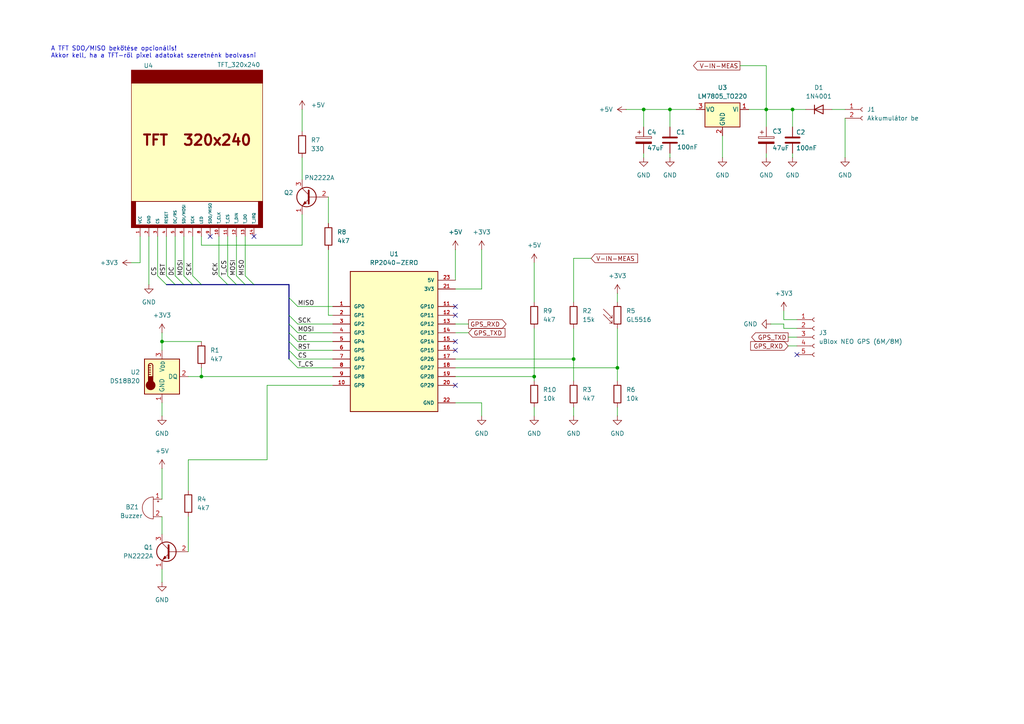
<source format=kicad_sch>
(kicad_sch (version 20250114) (generator "eeschema") (generator_version "9.0")
  (paper "A4")
  (title_block (title "Pico GPS Spedometer") (date "2025-09-07") (company "BT-Soft") (comment 1 "Without 18650 LiIon accumulator and BMS"))
  (lib_symbols
    (symbol "Connector:Conn_01x02_Socket" (pin_names (offset 1.016) (hide yes))
      (property "Reference" "J" (at 0 2.54 0))
      (property "Value" "Conn_01x02_Socket" (at 0 -5.08 0))
      (symbol "Conn_01x02_Socket_1_1"
        (polyline (pts (xy -1.27 0) (xy -0.508 0)) (stroke (width 0.1524)))
        (polyline (pts (xy -1.27 -2.54) (xy -0.508 -2.54)) (stroke (width 0.1524)))
        (arc (start 0 -0.508) (mid -0.5058 0) (end 0 0.508) (stroke (width 0.1524)))
        (arc (start 0 -3.048) (mid -0.5058 -2.54) (end 0 -2.032) (stroke (width 0.1524)))
        (pin passive line (at -5.08 0 0) (length 3.81) (name "Pin_1") (number "1"))
        (pin passive line (at -5.08 -2.54 0) (length 3.81) (name "Pin_2") (number "2"))
      )
    )
    (symbol "Connector:Conn_01x05_Socket" (pin_names (offset 1.016) (hide yes))
      (property "Reference" "J" (at 0 7.62 0))
      (property "Value" "Conn_01x05_Socket" (at 0 -7.62 0))
      (symbol "Conn_01x05_Socket_1_1"
        (polyline (pts (xy -1.27 5.08) (xy -0.508 5.08)) (stroke (width 0.1524)))
        (polyline (pts (xy -1.27 2.54) (xy -0.508 2.54)) (stroke (width 0.1524)))
        (polyline (pts (xy -1.27 0) (xy -0.508 0)) (stroke (width 0.1524)))
        (polyline (pts (xy -1.27 -2.54) (xy -0.508 -2.54)) (stroke (width 0.1524)))
        (polyline (pts (xy -1.27 -5.08) (xy -0.508 -5.08)) (stroke (width 0.1524)))
        (arc (start 0 4.572) (mid -0.5058 5.08) (end 0 5.588) (stroke (width 0.1524)))
        (arc (start 0 2.032) (mid -0.5058 2.54) (end 0 3.048) (stroke (width 0.1524)))
        (arc (start 0 -0.508) (mid -0.5058 0) (end 0 0.508) (stroke (width 0.1524)))
        (arc (start 0 -3.048) (mid -0.5058 -2.54) (end 0 -2.032) (stroke (width 0.1524)))
        (arc (start 0 -5.588) (mid -0.5058 -5.08) (end 0 -4.572) (stroke (width 0.1524)))
        (pin passive line (at -5.08 5.08 0) (length 3.81) (name "Pin_1") (number "1"))
        (pin passive line (at -5.08 2.54 0) (length 3.81) (name "Pin_2") (number "2"))
        (pin passive line (at -5.08 0 0) (length 3.81) (name "Pin_3") (number "3"))
        (pin passive line (at -5.08 -2.54 0) (length 3.81) (name "Pin_4") (number "4"))
        (pin passive line (at -5.08 -5.08 0) (length 3.81) (name "Pin_5") (number "5"))
      )
    )
    (symbol "Device:Buzzer" (pin_names (offset 0.0254) (hide yes))
      (property "Reference" "BZ" (at 3.81 1.27 0))
      (property "Value" "Buzzer" (at 3.81 -1.27 0))
      (symbol "Buzzer_0_1"
        (polyline (pts (xy -1.651 1.905) (xy -1.143 1.905)))
        (polyline (pts (xy -1.397 2.159) (xy -1.397 1.651)))
        (arc (start 0 3.175) (mid 3.1612 0) (end 0 -3.175))
        (polyline (pts (xy 0 3.175) (xy 0 -3.175)))
      )
      (symbol "Buzzer_1_1"
        (pin passive line (at -2.54 2.54 0) (length 2.54) (name "+") (number "1"))
        (pin passive line (at -2.54 -2.54 0) (length 2.54) (name "-") (number "2"))
      )
    )
    (symbol "Device:C" (pin_numbers (hide yes)) (pin_names (offset 0.254))
      (property "Reference" "C" (at 0.635 2.54 0))
      (property "Value" "C" (at 0.635 -2.54 0))
      (symbol "C_0_1"
        (polyline (pts (xy -2.032 0.762) (xy 2.032 0.762)) (stroke (width 0.508)))
        (polyline (pts (xy -2.032 -0.762) (xy 2.032 -0.762)) (stroke (width 0.508)))
      )
      (symbol "C_1_1"
        (pin passive line (at 0 3.81 270) (length 2.794) (name "~") (number "1"))
        (pin passive line (at 0 -3.81 90) (length 2.794) (name "~") (number "2"))
      )
    )
    (symbol "Device:C_Polarized" (pin_numbers (hide yes)) (pin_names (offset 0.254))
      (property "Reference" "C" (at 0.635 2.54 0))
      (property "Value" "C_Polarized" (at 0.635 -2.54 0))
      (symbol "C_Polarized_0_1"
        (rectangle (start -2.286 0.508) (end 2.286 1.016))
        (polyline (pts (xy -1.778 2.286) (xy -0.762 2.286)))
        (polyline (pts (xy -1.27 2.794) (xy -1.27 1.778)))
        (rectangle (start 2.286 -0.508) (end -2.286 -1.016) (fill (type outline)))
      )
      (symbol "C_Polarized_1_1"
        (pin passive line (at 0 3.81 270) (length 2.794) (name "~") (number "1"))
        (pin passive line (at 0 -3.81 90) (length 2.794) (name "~") (number "2"))
      )
    )
    (symbol "Device:R" (pin_numbers (hide yes)) (pin_names (offset 0))
      (property "Reference" "R" (at 2.032 0 90))
      (property "Value" "R" (at 0 0 90))
      (symbol "R_0_1"
        (rectangle (start -1.016 -2.54) (end 1.016 2.54) (stroke (width 0.254)))
      )
      (symbol "R_1_1"
        (pin passive line (at 0 3.81 270) (length 1.27) (name "~") (number "1"))
        (pin passive line (at 0 -3.81 90) (length 1.27) (name "~") (number "2"))
      )
    )
    (symbol "Device:R_Photo" (pin_numbers (hide yes)) (pin_names (offset 0))
      (property "Reference" "R" (at 1.27 1.27 0))
      (property "Value" "R_Photo" (at 1.27 0 0))
      (symbol "R_Photo_0_1"
        (polyline (pts (xy -1.524 -0.762) (xy -4.064 1.778)))
        (polyline (pts (xy -1.524 -0.762) (xy -2.286 -0.762)))
        (polyline (pts (xy -1.524 -0.762) (xy -1.524 0)))
        (polyline (pts (xy -1.524 -2.286) (xy -4.064 0.254)))
        (polyline (pts (xy -1.524 -2.286) (xy -2.286 -2.286)))
        (polyline (pts (xy -1.524 -2.286) (xy -1.524 -1.524)))
        (rectangle (start -1.016 2.54) (end 1.016 -2.54) (stroke (width 0.254)))
      )
      (symbol "R_Photo_1_1"
        (pin passive line (at 0 3.81 270) (length 1.27) (name "~") (number "1"))
        (pin passive line (at 0 -3.81 90) (length 1.27) (name "~") (number "2"))
      )
    )
    (symbol "Diode:1N4001" (pin_numbers (hide yes)) (pin_names (hide yes))
      (property "Reference" "D" (at 0 2.54 0))
      (property "Value" "1N4001" (at 0 -2.54 0))
      (symbol "1N4001_0_1"
        (polyline (pts (xy -1.27 1.27) (xy -1.27 -1.27)) (stroke (width 0.254)))
        (polyline (pts (xy 1.27 1.27) (xy 1.27 -1.27) (xy -1.27 0) (xy 1.27 1.27)) (stroke (width 0.254)))
        (polyline (pts (xy 1.27 0) (xy -1.27 0)))
      )
      (symbol "1N4001_1_1"
        (pin passive line (at -3.81 0 0) (length 2.54) (name "K") (number "1"))
        (pin passive line (at 3.81 0 180) (length 2.54) (name "A") (number "2"))
      )
    )
    (symbol "Display_Graphic:TFT_320x240" (pin_names (offset 1.016))
      (property "Reference" "U?" (at 20.32 25.4001 0))
      (property "Value" "TFT_320x240" (at 20.32 22.8601 0))
      (property "Footprint" "z_Devices:TFT-320x240" (at 20.32 20.3201 0))
      (symbol "TFT_320x240_0_0"
        (text "TFT  320x240" (at 0 25.4 0) (effects (font (size 2.9972 2.9972) (bold yes))))
      )
      (symbol "TFT_320x240_0_1"
        (rectangle (start -19.05 41.91) (end 19.05 45.72) (fill (type outline)))
        (rectangle (start -19.05 41.91) (end 19.05 7.62) (fill (type background)))
        (rectangle (start -19.05 7.62) (end -17.78 0) (fill (type outline)))
        (rectangle (start -19.05 7.62) (end 19.05 0))
        (rectangle (start -19.05 0.8382) (end 19.05 0) (fill (type outline)))
        (rectangle (start 17.78 7.62) (end 19.05 0) (fill (type outline)))
      )
      (symbol "TFT_320x240_1_1"
        (pin power_in line (at -16.51 -2.54 90) (length 2.54) (name "VCC") (number "1"))
        (pin bidirectional line (at -13.97 -2.54 90) (length 2.54) (name "GND") (number "2"))
        (pin bidirectional line (at -11.43 -2.54 90) (length 2.54) (name "CS") (number "3"))
        (pin bidirectional line (at -8.89 -2.54 90) (length 2.54) (name "RESET") (number "4"))
        (pin bidirectional line (at -6.35 -2.54 90) (length 2.54) (name "DC/RS") (number "5"))
        (pin bidirectional line (at -3.81 -2.54 90) (length 2.54) (name "SDI/MOSI") (number "6"))
        (pin bidirectional line (at -1.27 -2.54 90) (length 2.54) (name "SCK") (number "7"))
        (pin passive line (at 1.27 -2.54 90) (length 2.54) (name "LED") (number "8"))
        (pin bidirectional line (at 3.81 -2.54 90) (length 2.54) (name "SDO/MISO") (number "9"))
        (pin bidirectional line (at 6.35 -2.54 90) (length 2.54) (name "T_CLK") (number "10"))
        (pin bidirectional line (at 8.89 -2.54 90) (length 2.54) (name "T_CS") (number "11"))
        (pin bidirectional line (at 11.43 -2.54 90) (length 2.54) (name "T_DIN") (number "12"))
        (pin bidirectional line (at 13.97 -2.54 90) (length 2.54) (name "T_DO") (number "13"))
        (pin bidirectional line (at 16.51 -2.54 90) (length 2.54) (name "T_IRQ") (number "14"))
      )
    )
    (symbol "MCU_Module:RP2040-ZERO" (pin_names (offset 1.016))
      (property "Reference" "U" (at -12.7 21.082 0))
      (property "Value" "RP2040-ZERO" (at -12.7 -22.86 0))
      (symbol "RP2040-ZERO_0_0"
        (rectangle (start -12.7 -20.32) (end 12.7 20.32) (stroke (width 0.254)) (fill (type background)))
        (pin bidirectional line (at -17.78 10.16 0) (length 5.08) (name "GP0") (number "1"))
        (pin bidirectional line (at -17.78 7.62 0) (length 5.08) (name "GP1") (number "2"))
        (pin bidirectional line (at -17.78 5.08 0) (length 5.08) (name "GP2") (number "3"))
        (pin bidirectional line (at -17.78 2.54 0) (length 5.08) (name "GP3") (number "4"))
        (pin bidirectional line (at -17.78 0 0) (length 5.08) (name "GP4") (number "5"))
        (pin bidirectional line (at -17.78 -2.54 0) (length 5.08) (name "GP5") (number "6"))
        (pin bidirectional line (at -17.78 -5.08 0) (length 5.08) (name "GP6") (number "7"))
        (pin bidirectional line (at -17.78 -7.62 0) (length 5.08) (name "GP7") (number "8"))
        (pin bidirectional line (at -17.78 -10.16 0) (length 5.08) (name "GP8") (number "9"))
        (pin bidirectional line (at -17.78 -12.7 0) (length 5.08) (name "GP9") (number "10"))
        (pin power_in line (at 17.78 17.78 180) (length 5.08) (name "5V") (number "23"))
        (pin power_in line (at 17.78 15.24 180) (length 5.08) (name "3V3") (number "21"))
        (pin bidirectional line (at 17.78 10.16 180) (length 5.08) (name "GP10") (number "11"))
        (pin bidirectional line (at 17.78 7.62 180) (length 5.08) (name "GP11") (number "12"))
        (pin bidirectional line (at 17.78 5.08 180) (length 5.08) (name "GP12") (number "13"))
        (pin bidirectional line (at 17.78 2.54 180) (length 5.08) (name "GP13") (number "14"))
        (pin bidirectional line (at 17.78 0 180) (length 5.08) (name "GP14") (number "15"))
        (pin bidirectional line (at 17.78 -2.54 180) (length 5.08) (name "GP15") (number "16"))
        (pin bidirectional line (at 17.78 -5.08 180) (length 5.08) (name "GP26") (number "17"))
        (pin bidirectional line (at 17.78 -7.62 180) (length 5.08) (name "GP27") (number "18"))
        (pin bidirectional line (at 17.78 -10.16 180) (length 5.08) (name "GP28") (number "19"))
        (pin bidirectional line (at 17.78 -12.7 180) (length 5.08) (name "GP29") (number "20"))
        (pin power_in line (at 17.78 -17.78 180) (length 5.08) (name "GND") (number "22"))
      )
    )
    (symbol "Regulator_Linear:LM7805_TO220" (pin_names (offset 0.254))
      (property "Reference" "U" (at -3.81 3.175 0))
      (property "Value" "LM7805_TO220" (at 0 3.175 0))
      (symbol "LM7805_TO220_0_1"
        (rectangle (start -5.08 1.905) (end 5.08 -5.08) (stroke (width 0.254)) (fill (type background)))
      )
      (symbol "LM7805_TO220_1_1"
        (pin power_in line (at -7.62 0 0) (length 2.54) (name "VI") (number "1"))
        (pin power_in line (at 0 -7.62 90) (length 2.54) (name "GND") (number "2"))
        (pin power_out line (at 7.62 0 180) (length 2.54) (name "VO") (number "3"))
      )
    )
    (symbol "Sensor_Temperature:DS18B20"
      (property "Reference" "U" (at -3.81 6.35 0))
      (property "Value" "DS18B20" (at 6.35 6.35 0))
      (symbol "DS18B20_0_1"
        (rectangle (start -5.08 5.08) (end 5.08 -5.08) (stroke (width 0.254)) (fill (type background)))
        (polyline (pts (xy -3.937 3.175) (xy -3.937 0)) (stroke (width 0.254)))
        (polyline (pts (xy -3.937 3.175) (xy -3.302 3.175)) (stroke (width 0.254)))
        (polyline (pts (xy -3.937 2.54) (xy -3.302 2.54)) (stroke (width 0.254)))
        (polyline (pts (xy -3.937 1.905) (xy -3.302 1.905)) (stroke (width 0.254)))
        (polyline (pts (xy -3.937 1.27) (xy -3.302 1.27)) (stroke (width 0.254)))
        (polyline (pts (xy -3.937 0.635) (xy -3.302 0.635)) (stroke (width 0.254)))
        (arc (start -3.937 3.175) (mid -3.302 3.8073) (end -2.667 3.175) (stroke (width 0.254)))
        (circle (center -3.302 -2.54) (radius 1.27) (stroke (width 0.254)) (fill (type outline)))
        (polyline (pts (xy -2.667 3.175) (xy -2.667 0)) (stroke (width 0.254)))
        (rectangle (start -2.667 -1.905) (end -3.937 0) (stroke (width 0.254)) (fill (type outline)))
      )
      (symbol "DS18B20_1_1"
        (pin power_in line (at 0 7.62 270) (length 2.54) (name "V_{DD}") (number "3"))
        (pin power_in line (at 0 -7.62 90) (length 2.54) (name "GND") (number "1"))
        (pin bidirectional line (at 7.62 0 180) (length 2.54) (name "DQ") (number "2"))
      )
    )
    (symbol "Transistor_BJT:PN2222A" (pin_names (offset 0) (hide yes))
      (property "Reference" "Q" (at 5.08 1.905 0))
      (property "Value" "PN2222A" (at 5.08 0 0))
      (symbol "PN2222A_0_1"
        (polyline (pts (xy -2.54 0) (xy 0.635 0)))
        (polyline (pts (xy 0.635 1.905) (xy 0.635 -1.905)) (stroke (width 0.508)))
        (circle (center 1.27 0) (radius 2.8194) (stroke (width 0.254)))
      )
      (symbol "PN2222A_1_1"
        (polyline (pts (xy 0.635 0.635) (xy 2.54 2.54)))
        (polyline (pts (xy 0.635 -0.635) (xy 2.54 -2.54)))
        (polyline (pts (xy 1.27 -1.778) (xy 1.778 -1.27) (xy 2.286 -2.286) (xy 1.27 -1.778)) (fill (type outline)))
        (pin input line (at -5.08 0 0) (length 2.54) (name "B") (number "2"))
        (pin passive line (at 2.54 5.08 270) (length 2.54) (name "C") (number "3"))
        (pin passive line (at 2.54 -5.08 90) (length 2.54) (name "E") (number "1"))
      )
    )
    (symbol "power:+3V3" (power) (pin_numbers (hide yes)) (pin_names (offset 0) (hide yes))
      (property "Value" "+3V3" (at 0 3.556 0))
      (symbol "+3V3_0_1"
        (polyline (pts (xy -0.762 1.27) (xy 0 2.54)))
        (polyline (pts (xy 0 2.54) (xy 0.762 1.27)))
        (polyline (pts (xy 0 0) (xy 0 2.54)))
      )
      (symbol "+3V3_1_1"
        (pin power_in line (at 0 0 90) (length 0) (name "~") (number "1"))
      )
    )
    (symbol "power:+5V" (power) (pin_numbers (hide yes)) (pin_names (offset 0) (hide yes))
      (property "Value" "+5V" (at 0 3.556 0))
      (symbol "+5V_0_1"
        (polyline (pts (xy -0.762 1.27) (xy 0 2.54)))
        (polyline (pts (xy 0 2.54) (xy 0.762 1.27)))
        (polyline (pts (xy 0 0) (xy 0 2.54)))
      )
      (symbol "+5V_1_1"
        (pin power_in line (at 0 0 90) (length 0) (name "~") (number "1"))
      )
    )
    (symbol "power:GND" (power) (pin_numbers (hide yes)) (pin_names (offset 0) (hide yes))
      (property "Value" "GND" (at 0 -3.81 0))
      (symbol "GND_0_1"
        (polyline (pts (xy 0 0) (xy 0 -1.27) (xy 1.27 -1.27) (xy 0 -2.54) (xy -1.27 -1.27) (xy 0 -1.27)))
      )
      (symbol "GND_1_1"
        (pin power_in line (at 0 0 270) (length 0) (name "~") (number "1"))
      )
    )
  )
  (text "A TFT SDO/MISO bekötése opcionális!\nAkkor kell, ha a TFT-ről pixel adatokat szeretnénk beolvasni" (at 14.732 15.24 0) (effects (font (size 1.27 1.27) (thickness 0.1588)) (justify left)))
  (junction (at 222.25 31.75))
  (junction (at 154.94 109.22))
  (junction (at 194.31 31.75))
  (junction (at 179.07 106.68))
  (junction (at 186.69 31.75))
  (junction (at 58.42 109.22))
  (junction (at 229.87 31.75))
  (junction (at 166.37 104.14))
  (junction (at 46.99 99.06))
  (no_connect (at 132.08 99.06))
  (no_connect (at 73.66 68.58))
  (no_connect (at 132.08 111.76))
  (no_connect (at 60.96 68.58))
  (no_connect (at 132.08 88.9))
  (no_connect (at 132.08 91.44))
  (no_connect (at 231.14 102.87))
  (no_connect (at 132.08 101.6))
  (bus_entry (at 53.34 80.01) (size 2.54 2.54))
  (bus_entry (at 66.04 80.01) (size 2.54 2.54))
  (bus_entry (at 50.8 80.01) (size 2.54 2.54))
  (bus_entry (at 83.82 93.98) (size 2.54 2.54))
  (bus_entry (at 55.88 80.01) (size 2.54 2.54))
  (bus_entry (at 45.72 80.01) (size 2.54 2.54))
  (bus_entry (at 83.82 96.52) (size 2.54 2.54))
  (bus_entry (at 83.82 86.36) (size 2.54 2.54))
  (bus_entry (at 83.82 99.06) (size 2.54 2.54))
  (bus_entry (at 83.82 104.14) (size 2.54 2.54))
  (bus_entry (at 63.5 80.01) (size 2.54 2.54))
  (bus_entry (at 71.12 80.01) (size 2.54 2.54))
  (bus_entry (at 48.26 80.01) (size 2.54 2.54))
  (bus_entry (at 68.58 80.01) (size 2.54 2.54))
  (bus_entry (at 83.82 91.44) (size 2.54 2.54))
  (bus_entry (at 83.82 101.6) (size 2.54 2.54))
  (wire (pts (xy 171.45 74.93) (xy 166.37 74.93)))
  (wire (pts (xy 139.7 72.39) (xy 139.7 83.82)))
  (wire (pts (xy 43.18 68.58) (xy 43.18 82.55)))
  (wire (pts (xy 222.25 31.75) (xy 229.87 31.75)))
  (wire (pts (xy 45.72 68.58) (xy 45.72 80.01)))
  (wire (pts (xy 166.37 104.14) (xy 166.37 110.49)))
  (wire (pts (xy 194.31 31.75) (xy 194.31 36.83)))
  (bus (pts (xy 58.42 82.55) (xy 66.04 82.55)))
  (bus (pts (xy 55.88 82.55) (xy 58.42 82.55)))
  (wire (pts (xy 46.99 99.06) (xy 58.42 99.06)))
  (wire (pts (xy 154.94 110.49) (xy 154.94 109.22)))
  (wire (pts (xy 154.94 118.11) (xy 154.94 120.65)))
  (bus (pts (xy 83.82 93.98) (xy 83.82 91.44)))
  (wire (pts (xy 222.25 44.45) (xy 222.25 45.72)))
  (wire (pts (xy 86.36 96.52) (xy 96.52 96.52)))
  (wire (pts (xy 77.47 111.76) (xy 77.47 133.35)))
  (wire (pts (xy 179.07 106.68) (xy 179.07 110.49)))
  (wire (pts (xy 68.58 68.58) (xy 68.58 80.01)))
  (bus (pts (xy 71.12 82.55) (xy 73.66 82.55)))
  (wire (pts (xy 55.88 68.58) (xy 55.88 80.01)))
  (wire (pts (xy 95.25 91.44) (xy 95.25 72.39)))
  (wire (pts (xy 245.11 34.29) (xy 245.11 45.72)))
  (wire (pts (xy 50.8 68.58) (xy 50.8 80.01)))
  (bus (pts (xy 83.82 86.36) (xy 83.82 91.44)))
  (bus (pts (xy 83.82 101.6) (xy 83.82 99.06)))
  (wire (pts (xy 46.99 96.52) (xy 46.99 99.06)))
  (wire (pts (xy 66.04 68.58) (xy 66.04 80.01)))
  (wire (pts (xy 58.42 106.68) (xy 58.42 109.22)))
  (wire (pts (xy 96.52 91.44) (xy 95.25 91.44)))
  (wire (pts (xy 166.37 95.25) (xy 166.37 104.14)))
  (wire (pts (xy 54.61 133.35) (xy 54.61 142.24)))
  (wire (pts (xy 87.63 45.72) (xy 87.63 52.07)))
  (wire (pts (xy 132.08 93.98) (xy 135.89 93.98)))
  (wire (pts (xy 87.63 62.23) (xy 87.63 71.12)))
  (wire (pts (xy 86.36 104.14) (xy 96.52 104.14)))
  (wire (pts (xy 179.07 85.09) (xy 179.07 87.63)))
  (wire (pts (xy 46.99 99.06) (xy 46.99 101.6)))
  (wire (pts (xy 46.99 135.89) (xy 46.99 144.78)))
  (bus (pts (xy 83.82 86.36) (xy 83.82 82.55)))
  (bus (pts (xy 83.82 96.52) (xy 83.82 93.98)))
  (wire (pts (xy 40.64 76.2) (xy 40.64 68.58)))
  (wire (pts (xy 87.63 31.75) (xy 87.63 38.1)))
  (bus (pts (xy 83.82 99.06) (xy 83.82 96.52)))
  (bus (pts (xy 68.58 82.55) (xy 71.12 82.55)))
  (wire (pts (xy 227.33 93.98) (xy 227.33 95.25)))
  (wire (pts (xy 95.25 57.15) (xy 95.25 64.77)))
  (wire (pts (xy 132.08 104.14) (xy 166.37 104.14)))
  (wire (pts (xy 154.94 95.25) (xy 154.94 109.22)))
  (wire (pts (xy 77.47 111.76) (xy 96.52 111.76)))
  (wire (pts (xy 227.33 92.71) (xy 227.33 90.17)))
  (wire (pts (xy 217.17 31.75) (xy 222.25 31.75)))
  (bus (pts (xy 53.34 82.55) (xy 55.88 82.55)))
  (wire (pts (xy 132.08 96.52) (xy 135.89 96.52)))
  (wire (pts (xy 223.52 93.98) (xy 227.33 93.98)))
  (wire (pts (xy 46.99 116.84) (xy 46.99 120.65)))
  (wire (pts (xy 179.07 95.25) (xy 179.07 106.68)))
  (wire (pts (xy 53.34 68.58) (xy 53.34 80.01)))
  (wire (pts (xy 86.36 88.9) (xy 96.52 88.9)))
  (wire (pts (xy 139.7 83.82) (xy 132.08 83.82)))
  (wire (pts (xy 87.63 71.12) (xy 58.42 71.12)))
  (wire (pts (xy 194.31 31.75) (xy 186.69 31.75)))
  (wire (pts (xy 181.61 31.75) (xy 186.69 31.75)))
  (wire (pts (xy 139.7 116.84) (xy 132.08 116.84)))
  (wire (pts (xy 48.26 68.58) (xy 48.26 80.01)))
  (wire (pts (xy 209.55 39.37) (xy 209.55 45.72)))
  (bus (pts (xy 73.66 82.55) (xy 83.82 82.55)))
  (wire (pts (xy 54.61 133.35) (xy 77.47 133.35)))
  (wire (pts (xy 222.25 19.05) (xy 222.25 31.75)))
  (bus (pts (xy 66.04 82.55) (xy 68.58 82.55)))
  (wire (pts (xy 86.36 101.6) (xy 96.52 101.6)))
  (wire (pts (xy 166.37 74.93) (xy 166.37 87.63)))
  (bus (pts (xy 83.82 101.6) (xy 83.82 104.14)))
  (wire (pts (xy 227.33 95.25) (xy 231.14 95.25)))
  (wire (pts (xy 58.42 68.58) (xy 58.42 71.12)))
  (wire (pts (xy 132.08 106.68) (xy 179.07 106.68)))
  (wire (pts (xy 86.36 106.68) (xy 96.52 106.68)))
  (wire (pts (xy 54.61 149.86) (xy 54.61 160.02)))
  (wire (pts (xy 38.1 76.2) (xy 40.64 76.2)))
  (wire (pts (xy 229.87 44.45) (xy 229.87 45.72)))
  (wire (pts (xy 63.5 68.58) (xy 63.5 80.01)))
  (wire (pts (xy 179.07 118.11) (xy 179.07 120.65)))
  (wire (pts (xy 58.42 109.22) (xy 96.52 109.22)))
  (wire (pts (xy 229.87 31.75) (xy 229.87 36.83)))
  (wire (pts (xy 222.25 31.75) (xy 222.25 36.83)))
  (bus (pts (xy 48.26 82.55) (xy 50.8 82.55)))
  (bus (pts (xy 50.8 82.55) (xy 53.34 82.55)))
  (wire (pts (xy 194.31 44.45) (xy 194.31 45.72)))
  (wire (pts (xy 71.12 68.58) (xy 71.12 80.01)))
  (wire (pts (xy 231.14 92.71) (xy 227.33 92.71)))
  (wire (pts (xy 154.94 76.2) (xy 154.94 87.63)))
  (wire (pts (xy 54.61 109.22) (xy 58.42 109.22)))
  (wire (pts (xy 166.37 118.11) (xy 166.37 120.65)))
  (wire (pts (xy 86.36 99.06) (xy 96.52 99.06)))
  (wire (pts (xy 214.63 19.05) (xy 222.25 19.05)))
  (wire (pts (xy 201.93 31.75) (xy 194.31 31.75)))
  (wire (pts (xy 46.99 149.86) (xy 46.99 154.94)))
  (wire (pts (xy 132.08 109.22) (xy 154.94 109.22)))
  (wire (pts (xy 228.6 97.79) (xy 231.14 97.79)))
  (wire (pts (xy 241.3 31.75) (xy 245.11 31.75)))
  (wire (pts (xy 186.69 44.45) (xy 186.69 45.72)))
  (wire (pts (xy 86.36 93.98) (xy 96.52 93.98)))
  (wire (pts (xy 228.6 100.33) (xy 231.14 100.33)))
  (wire (pts (xy 139.7 120.65) (xy 139.7 116.84)))
  (wire (pts (xy 229.87 31.75) (xy 233.68 31.75)))
  (wire (pts (xy 186.69 31.75) (xy 186.69 36.83)))
  (wire (pts (xy 132.08 72.39) (xy 132.08 81.28)))
  (wire (pts (xy 46.99 165.1) (xy 46.99 168.91)))
  (label "SCK" (at 63.5 80.01 90))
  (label "T_CS" (at 86.36 106.68 0))
  (label "SCK" (at 55.88 80.01 90))
  (label "MISO" (at 86.36 88.9 0))
  (label "MOSI" (at 68.58 80.01 90))
  (label "DC" (at 86.36 99.06 0))
  (label "CS" (at 86.36 104.14 0))
  (label "MOSI" (at 53.34 80.01 90))
  (label "T_CS" (at 66.04 80.01 90))
  (label "MOSI" (at 86.36 96.52 0))
  (label "RST" (at 86.36 101.6 0))
  (label "DC" (at 50.8 80.01 90))
  (label "RST" (at 48.26 80.01 90))
  (label "SCK" (at 86.36 93.98 0))
  (label "MISO" (at 71.12 80.01 90))
  (label "CS" (at 45.72 80.01 90))
  (global_label "GPS_TXD" (shape input) (at 135.89 96.52 0) (property "Intersheetrefs" "${INTERSHEET_REFS}" (effects (hide yes))))
  (global_label "V-IN-MEAS" (shape output) (at 214.63 19.05 180) (property "Intersheetrefs" "${INTERSHEET_REFS}" (effects (hide yes))))
  (global_label "V-IN-MEAS" (shape input) (at 171.45 74.93 0) (property "Intersheetrefs" "${INTERSHEET_REFS}" (effects (hide yes))))
  (global_label "GPS_RXD" (shape input) (at 228.6 100.33 180) (property "Intersheetrefs" "${INTERSHEET_REFS}" (effects (hide yes))))
  (global_label "GPS_TXD" (shape output) (at 228.6 97.79 180) (property "Intersheetrefs" "${INTERSHEET_REFS}" (effects (hide yes))))
  (global_label "GPS_RXD" (shape output) (at 135.89 93.98 0) (property "Intersheetrefs" "${INTERSHEET_REFS}" (effects (hide yes))))
  (symbol (lib_id "power:GND") (at 186.69 45.72 0) (unit 1)
    (property "Reference" "#PWR011" (effects (hide yes)))
    (property "Value" "GND" (at 186.69 50.8 0))
    (property "Description" "Power symbol creates a global label with name \"GND\" , ground" (effects (hide yes)))
  )
  (symbol (lib_id "power:GND") (at 46.99 168.91 0) (unit 1)
    (property "Reference" "#PWR016" (effects (hide yes)))
    (property "Value" "GND" (at 46.99 173.99 0))
    (property "Description" "Power symbol creates a global label with name \"GND\" , ground" (effects (hide yes)))
  )
  (symbol (lib_id "power:+3V3") (at 179.07 85.09 0) (unit 1)
    (property "Reference" "#PWR024" (effects (hide yes)))
    (property "Value" "+3V3" (at 179.07 80.01 0))
    (property "Description" "Power symbol creates a global label with name \"+3V3\"" (effects (hide yes)))
  )
  (symbol (lib_id "Device:C_Polarized") (at 186.69 40.64 0) (unit 1)
    (property "Reference" "C4" (at 187.706 38.354 0) (effects (justify left)))
    (property "Value" "47uF" (at 187.706 42.926 0) (effects (justify left)))
    (property "Footprint" "Capacitor_THT:CP_Radial_D7.5mm_P2.50mm" (effects (hide yes)))
    (property "Description" "Polarized capacitor" (effects (hide yes)))
  )
  (symbol (lib_id "Device:R") (at 58.42 102.87 0) (unit 1)
    (property "Reference" "R1" (at 60.96 101.5999 0) (effects (justify left)))
    (property "Value" "4k7" (at 60.96 104.1399 0) (effects (justify left)))
    (property "Footprint" "Resistor_THT:R_Axial_DIN0204_L3.6mm_D1.6mm_P7.62mm_Horizontal" (effects (hide yes)))
    (property "Description" "Resistor" (effects (hide yes)))
  )
  (symbol (lib_id "power:GND") (at 166.37 120.65 0) (unit 1)
    (property "Reference" "#PWR015" (effects (hide yes)))
    (property "Value" "GND" (at 166.37 125.73 0))
    (property "Description" "Power symbol creates a global label with name \"GND\" , ground" (effects (hide yes)))
  )
  (symbol (lib_id "Device:Buzzer") (at 44.45 147.32 0) (mirror y) (unit 1)
    (property "Reference" "BZ1" (at 38.354 147.066 0))
    (property "Value" "Buzzer" (at 38.1 149.606 0))
    (property "Footprint" "Buzzer_Beeper:Buzzer_12x9.5RM7.6" (effects (hide yes)))
    (property "Description" "Buzzer, polarized" (effects (hide yes)))
  )
  (symbol (lib_id "Transistor_BJT:PN2222A") (at 49.53 160.02 0) (mirror y) (unit 1)
    (property "Reference" "Q1" (at 44.45 158.7499 0) (effects (justify left)))
    (property "Value" "PN2222A" (at 44.45 161.2899 0) (effects (justify left)))
    (property "Footprint" "Package_TO_SOT_THT:TO-92_Inline" (effects (hide yes)))
    (property "Datasheet" "https://www.onsemi.com/pub/Collateral/PN2222-D.PDF" (effects (hide yes)))
    (property "Description" "1A Ic, 40V Vce, NPN Transistor, General Purpose Transistor, TO-92" (effects (hide yes)))
  )
  (symbol (lib_id "power:GND") (at 245.11 45.72 0) (unit 1)
    (property "Reference" "#PWR012" (effects (hide yes)))
    (property "Value" "GND" (at 245.11 50.8 0))
    (property "Description" "Power symbol creates a global label with name \"GND\" , ground" (effects (hide yes)))
  )
  (symbol (lib_id "power:GND") (at 222.25 45.72 0) (unit 1)
    (property "Reference" "#PWR08" (effects (hide yes)))
    (property "Value" "GND" (at 222.25 50.8 0))
    (property "Description" "Power symbol creates a global label with name \"GND\" , ground" (effects (hide yes)))
  )
  (symbol (lib_id "power:+5V") (at 87.63 31.75 0) (unit 1)
    (property "Reference" "#PWR025" (effects (hide yes)))
    (property "Value" "+5V" (at 90.17 30.4799 0) (effects (justify left)))
    (property "Description" "Power symbol creates a global label with name \"+5V\"" (effects (hide yes)))
  )
  (symbol (lib_id "Device:R") (at 95.25 68.58 0) (unit 1)
    (property "Reference" "R8" (at 97.79 67.3099 0) (effects (justify left)))
    (property "Value" "4k7" (at 97.79 69.8499 0) (effects (justify left)))
    (property "Footprint" "Resistor_THT:R_Axial_DIN0204_L3.6mm_D1.6mm_P7.62mm_Horizontal" (effects (hide yes)))
    (property "Description" "Resistor" (effects (hide yes)))
  )
  (symbol (lib_id "power:+5V") (at 154.94 76.2 0) (unit 1)
    (property "Reference" "#PWR027" (effects (hide yes)))
    (property "Value" "+5V" (at 154.94 71.12 0))
    (property "Description" "Power symbol creates a global label with name \"+5V\"" (effects (hide yes)))
  )
  (symbol (lib_id "power:GND") (at 223.52 93.98 270) (unit 1)
    (property "Reference" "#PWR022" (effects (hide yes)))
    (property "Value" "GND" (at 219.71 93.9799 90) (effects (justify right)))
    (property "Description" "Power symbol creates a global label with name \"GND\" , ground" (effects (hide yes)))
  )
  (symbol (lib_id "power:+5V") (at 181.61 31.75 90) (unit 1)
    (property "Reference" "#PWR014" (effects (hide yes)))
    (property "Value" "+5V" (at 177.8 31.7499 90) (effects (justify left)))
    (property "Description" "Power symbol creates a global label with name \"+5V\"" (effects (hide yes)))
  )
  (symbol (lib_id "power:GND") (at 194.31 45.72 0) (unit 1)
    (property "Reference" "#PWR010" (effects (hide yes)))
    (property "Value" "GND" (at 194.31 50.8 0))
    (property "Description" "Power symbol creates a global label with name \"GND\" , ground" (effects (hide yes)))
  )
  (symbol (lib_id "Device:R") (at 87.63 41.91 0) (unit 1)
    (property "Reference" "R7" (at 90.17 40.6399 0) (effects (justify left)))
    (property "Value" "330" (at 90.17 43.1799 0) (effects (justify left)))
    (property "Footprint" "Resistor_THT:R_Axial_DIN0204_L3.6mm_D1.6mm_P7.62mm_Horizontal" (effects (hide yes)))
    (property "Description" "Resistor" (effects (hide yes)))
  )
  (symbol (lib_id "Device:R") (at 54.61 146.05 0) (unit 1)
    (property "Reference" "R4" (at 57.15 144.7799 0) (effects (justify left)))
    (property "Value" "4k7" (at 57.15 147.3199 0) (effects (justify left)))
    (property "Footprint" "Resistor_THT:R_Axial_DIN0204_L3.6mm_D1.6mm_P7.62mm_Horizontal" (effects (hide yes)))
    (property "Description" "Resistor" (effects (hide yes)))
  )
  (symbol (lib_id "power:GND") (at 229.87 45.72 0) (unit 1)
    (property "Reference" "#PWR09" (effects (hide yes)))
    (property "Value" "GND" (at 229.87 50.8 0))
    (property "Description" "Power symbol creates a global label with name \"GND\" , ground" (effects (hide yes)))
  )
  (symbol (lib_id "Device:R") (at 154.94 91.44 0) (unit 1)
    (property "Reference" "R9" (at 157.48 90.1699 0) (effects (justify left)))
    (property "Value" "4k7" (at 157.48 92.7099 0) (effects (justify left)))
    (property "Footprint" "Resistor_THT:R_Axial_DIN0204_L3.6mm_D1.6mm_P7.62mm_Horizontal" (effects (hide yes)))
    (property "Description" "Resistor" (effects (hide yes)))
  )
  (symbol (lib_id "power:GND") (at 154.94 120.65 0) (unit 1)
    (property "Reference" "#PWR026" (effects (hide yes)))
    (property "Value" "GND" (at 154.94 125.73 0))
    (property "Description" "Power symbol creates a global label with name \"GND\" , ground" (effects (hide yes)))
  )
  (symbol (lib_id "Device:C") (at 194.31 40.64 0) (unit 1)
    (property "Reference" "C1" (at 196.088 38.354 0) (effects (justify left)))
    (property "Value" "100nF" (at 196.342 42.672 0) (effects (justify left)))
    (property "Footprint" "Capacitor_THT:C_Disc_D5.0mm_W2.5mm_P2.50mm" (effects (hide yes)))
    (property "Description" "Unpolarized capacitor" (effects (hide yes)))
  )
  (symbol (lib_id "Sensor_Temperature:DS18B20") (at 46.99 109.22 0) (unit 1)
    (property "Reference" "U2" (at 40.64 107.9499 0) (effects (justify right)))
    (property "Value" "DS18B20" (at 40.64 110.4899 0) (effects (justify right)))
    (property "Footprint" "Connector_PinHeader_2.54mm:PinHeader_1x03_P2.54mm_Vertical" (effects (hide yes)))
    (property "Datasheet" "http://datasheets.maximintegrated.com/en/ds/DS18B20.pdf" (effects (hide yes)))
    (property "Description" "Programmable Resolution 1-Wire Digital Thermometer TO-92" (effects (hide yes)))
  )
  (symbol (lib_id "Device:R") (at 166.37 91.44 0) (unit 1)
    (property "Reference" "R2" (at 168.91 90.1699 0) (effects (justify left)))
    (property "Value" "15k" (at 168.91 92.7099 0) (effects (justify left)))
    (property "Footprint" "Resistor_THT:R_Axial_DIN0204_L3.6mm_D1.6mm_P7.62mm_Horizontal" (effects (hide yes)))
    (property "Description" "Resistor" (effects (hide yes)))
  )
  (symbol (lib_id "power:GND") (at 46.99 120.65 0) (unit 1)
    (property "Reference" "#PWR05" (effects (hide yes)))
    (property "Value" "GND" (at 46.99 125.73 0))
    (property "Description" "Power symbol creates a global label with name \"GND\" , ground" (effects (hide yes)))
  )
  (symbol (lib_id "Display_Graphic:TFT_320x240") (at 57.15 66.04 0) (unit 1)
    (property "Reference" "U4" (at 41.656 19.05 0) (effects (justify left)))
    (property "Value" "TFT_320x240" (at 62.992 18.796 0) (effects (justify left)))
    (property "Footprint" "Connector_PinSocket_2.54mm:PinSocket_1x14_P2.54mm_Vertical" (effects (hide yes)))
  )
  (symbol (lib_id "Device:R") (at 154.94 114.3 0) (unit 1)
    (property "Reference" "R10" (at 157.48 113.0299 0) (effects (justify left)))
    (property "Value" "10k" (at 157.48 115.5699 0) (effects (justify left)))
    (property "Footprint" "Resistor_THT:R_Axial_DIN0204_L3.6mm_D1.6mm_P7.62mm_Horizontal" (effects (hide yes)))
    (property "Description" "Resistor" (effects (hide yes)))
  )
  (symbol (lib_id "power:+3V3") (at 46.99 96.52 0) (unit 1)
    (property "Reference" "#PWR06" (effects (hide yes)))
    (property "Value" "+3V3" (at 46.99 91.44 0))
    (property "Description" "Power symbol creates a global label with name \"+3V3\"" (effects (hide yes)))
  )
  (symbol (lib_id "Diode:1N4001") (at 237.49 31.75 0) (unit 1)
    (property "Reference" "D1" (at 237.49 25.4 0))
    (property "Value" "1N4001" (at 237.49 27.94 0))
    (property "Footprint" "Diode_THT:D_DO-41_SOD81_P10.16mm_Horizontal" (effects (hide yes)))
    (property "Datasheet" "http://www.vishay.com/docs/88503/1n4001.pdf" (effects (hide yes)))
    (property "Description" "50V 1A General Purpose Rectifier Diode, DO-41" (effects (hide yes)))
    (property "Sim.Device" "D" (effects (hide yes)))
    (property "Sim.Pins" "1=K 2=A" (effects (hide yes)))
  )
  (symbol (lib_id "power:GND") (at 139.7 120.65 0) (unit 1)
    (property "Reference" "#PWR03" (effects (hide yes)))
    (property "Value" "GND" (at 139.7 125.73 0))
    (property "Description" "Power symbol creates a global label with name \"GND\" , ground" (effects (hide yes)))
  )
  (symbol (lib_id "power:GND") (at 179.07 120.65 0) (unit 1)
    (property "Reference" "#PWR023" (effects (hide yes)))
    (property "Value" "GND" (at 179.07 125.73 0))
    (property "Description" "Power symbol creates a global label with name \"GND\" , ground" (effects (hide yes)))
  )
  (symbol (lib_id "Device:C_Polarized") (at 222.25 40.64 0) (unit 1)
    (property "Reference" "C3" (at 224.028 38.1 0) (effects (justify left)))
    (property "Value" "47uF" (at 224.028 42.926 0) (effects (justify left)))
    (property "Footprint" "Capacitor_THT:CP_Radial_D7.5mm_P2.50mm" (effects (hide yes)))
    (property "Description" "Polarized capacitor" (effects (hide yes)))
  )
  (symbol (lib_id "power:GND") (at 43.18 82.55 0) (unit 1)
    (property "Reference" "#PWR04" (effects (hide yes)))
    (property "Value" "GND" (at 43.18 87.63 0))
    (property "Description" "Power symbol creates a global label with name \"GND\" , ground" (effects (hide yes)))
  )
  (symbol (lib_id "Device:R") (at 179.07 114.3 0) (unit 1)
    (property "Reference" "R6" (at 181.61 113.0299 0) (effects (justify left)))
    (property "Value" "10k" (at 181.61 115.5699 0) (effects (justify left)))
    (property "Footprint" "Resistor_THT:R_Axial_DIN0204_L3.6mm_D1.6mm_P7.62mm_Horizontal" (effects (hide yes)))
    (property "Description" "Resistor" (effects (hide yes)))
  )
  (symbol (lib_id "Device:R") (at 166.37 114.3 0) (unit 1)
    (property "Reference" "R3" (at 168.91 113.0299 0) (effects (justify left)))
    (property "Value" "4k7" (at 168.91 115.5699 0) (effects (justify left)))
    (property "Footprint" "Resistor_THT:R_Axial_DIN0204_L3.6mm_D1.6mm_P7.62mm_Horizontal" (effects (hide yes)))
    (property "Description" "Resistor" (effects (hide yes)))
  )
  (symbol (lib_id "power:+3V3") (at 38.1 76.2 90) (unit 1)
    (property "Reference" "#PWR01" (effects (hide yes)))
    (property "Value" "+3V3" (at 34.29 76.1999 90) (effects (justify left)))
    (property "Description" "Power symbol creates a global label with name \"+3V3\"" (effects (hide yes)))
  )
  (symbol (lib_id "Connector:Conn_01x05_Socket") (at 236.22 97.79 0) (unit 1)
    (property "Reference" "J3" (at 237.49 96.5199 0) (effects (justify left)))
    (property "Value" "uBlox NEO GPS (6M/8M)" (at 237.49 99.0599 0) (effects (justify left)))
    (property "Footprint" "Connector_PinSocket_2.54mm:PinSocket_1x05_P2.54mm_Vertical" (effects (hide yes)))
    (property "Description" "Generic connector, single row, 01x05, script generated" (effects (hide yes)))
  )
  (symbol (lib_id "Regulator_Linear:LM7805_TO220") (at 209.55 31.75 0) (mirror y) (unit 1)
    (property "Reference" "U3" (at 209.55 25.4 0))
    (property "Value" "LM7805_TO220" (at 209.55 27.94 0))
    (property "Footprint" "Package_TO_SOT_THT:TO-220-3_Horizontal_TabDown" (effects (hide yes)))
    (property "Datasheet" "https://www.onsemi.cn/PowerSolutions/document/MC7800-D.PDF" (effects (hide yes)))
    (property "Description" "Positive 1A 35V Linear Regulator, Fixed Output 5V, TO-220" (effects (hide yes)))
  )
  (symbol (lib_id "MCU_Module:RP2040-ZERO") (at 114.3 99.06 0) (unit 1)
    (property "Reference" "U1" (at 114.3 73.66 0))
    (property "Value" "RP2040-ZERO" (at 114.3 76.2 0))
    (property "Footprint" "Module:MODULE_RP2040-ZERO" (effects (hide yes)))
    (property "MF" "Waveshare Electronics" (effects (hide yes)))
    (property "MAXIMUM_PACKAGE_HEIGHT" "5.35mm" (effects (hide yes)))
    (property "Package" "Package" (effects (hide yes)))
    (property "Price" "None" (effects (hide yes)))
    (property "Check_prices" "https://www.snapeda.com/parts/RP2040-ZERO/Waveshare+Electronics/view-part/?ref=eda" (effects (hide yes)))
    (property "STANDARD" "Manufacturer Recommendations" (effects (hide yes)))
    (property "PARTREV" "NA" (effects (hide yes)))
    (property "SnapEDA_Link" "https://www.snapeda.com/parts/RP2040-ZERO/Waveshare+Electronics/view-part/?ref=snap" (effects (hide yes)))
    (property "MP" "RP2040-ZERO" (effects (hide yes)))
    (property "Description_1" "Low-Cost, High-Performance Pico-Like MCU Board Based On Raspberry Pi Microcontroller RP2040" (effects (hide yes)))
    (property "Availability" "Not in stock" (effects (hide yes)))
    (property "MANUFACTURER" "Waveshare" (effects (hide yes)))
  )
  (symbol (lib_id "power:+5V") (at 132.08 72.39 0) (unit 1)
    (property "Reference" "#PWR013" (effects (hide yes)))
    (property "Value" "+5V" (at 132.08 67.31 0))
    (property "Description" "Power symbol creates a global label with name \"+5V\"" (effects (hide yes)))
  )
  (symbol (lib_id "Transistor_BJT:PN2222A") (at 90.17 57.15 0) (mirror y) (unit 1)
    (property "Reference" "Q2" (at 85.09 55.8799 0) (effects (justify left)))
    (property "Value" "PN2222A" (at 97.028 51.562 0) (effects (justify left)))
    (property "Footprint" "Package_TO_SOT_THT:TO-92_Inline" (effects (hide yes)))
    (property "Datasheet" "https://www.onsemi.com/pub/Collateral/PN2222-D.PDF" (effects (hide yes)))
    (property "Description" "1A Ic, 40V Vce, NPN Transistor, General Purpose Transistor, TO-92" (effects (hide yes)))
  )
  (symbol (lib_id "power:+3V3") (at 227.33 90.17 0) (unit 1)
    (property "Reference" "#PWR021" (effects (hide yes)))
    (property "Value" "+3V3" (at 227.33 85.09 0))
    (property "Description" "Power symbol creates a global label with name \"+3V3\"" (effects (hide yes)))
  )
  (symbol (lib_id "power:GND") (at 209.55 45.72 0) (unit 1)
    (property "Reference" "#PWR07" (effects (hide yes)))
    (property "Value" "GND" (at 209.55 50.8 0))
    (property "Description" "Power symbol creates a global label with name \"GND\" , ground" (effects (hide yes)))
  )
  (symbol (lib_id "Connector:Conn_01x02_Socket") (at 250.19 31.75 0) (unit 1)
    (property "Reference" "J1" (at 251.46 31.7499 0) (effects (justify left)))
    (property "Value" "Akkumulátor be" (at 251.46 34.2899 0) (effects (justify left)))
    (property "Footprint" "Connector_PinHeader_2.54mm:PinHeader_1x02_P2.54mm_Vertical" (effects (hide yes)))
    (property "Description" "Generic connector, single row, 01x02, script generated" (effects (hide yes)))
  )
  (symbol (lib_id "Device:R_Photo") (at 179.07 91.44 0) (unit 1)
    (property "Reference" "R5" (at 181.61 90.1699 0) (effects (justify left)))
    (property "Value" "GL5516" (at 181.61 92.7099 0) (effects (justify left)))
    (property "Footprint" "Connector_PinHeader_2.54mm:PinHeader_1x02_P2.54mm_Vertical" (effects (hide yes)))
    (property "Description" "Photoresistor" (effects (hide yes)))
  )
  (symbol (lib_id "power:+5V") (at 46.99 135.89 0) (unit 1)
    (property "Reference" "#PWR017" (effects (hide yes)))
    (property "Value" "+5V" (at 46.99 130.81 0))
    (property "Description" "Power symbol creates a global label with name \"+5V\"" (effects (hide yes)))
  )
  (symbol (lib_id "power:+3V3") (at 139.7 72.39 0) (unit 1)
    (property "Reference" "#PWR02" (effects (hide yes)))
    (property "Value" "+3V3" (at 139.7 67.31 0))
    (property "Description" "Power symbol creates a global label with name \"+3V3\"" (effects (hide yes)))
  )
  (symbol (lib_id "Device:C") (at 229.87 40.64 0) (unit 1)
    (property "Reference" "C2" (at 230.886 38.354 0) (effects (justify left)))
    (property "Value" "100nF" (at 230.886 42.926 0) (effects (justify left)))
    (property "Footprint" "Capacitor_THT:C_Disc_D5.0mm_W2.5mm_P2.50mm" (effects (hide yes)))
    (property "Description" "Unpolarized capacitor" (effects (hide yes)))
  )
)
</source>
